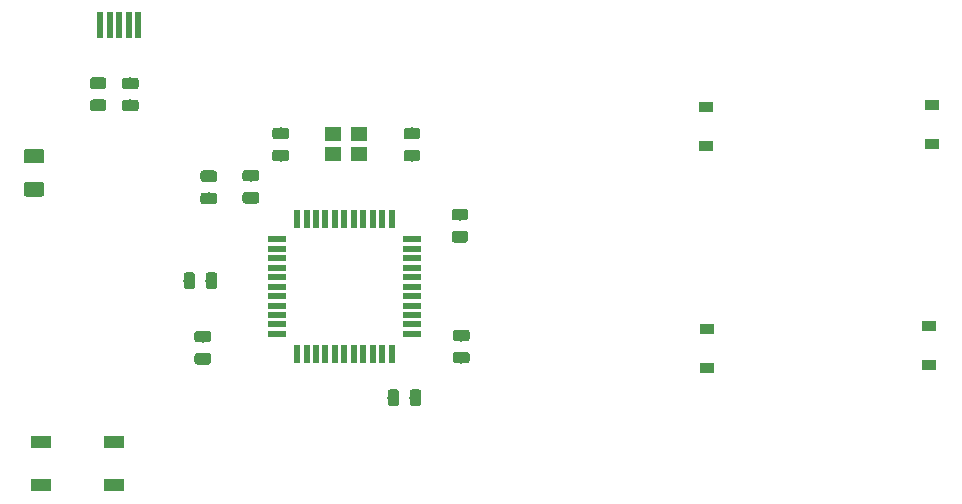
<source format=gbr>
G04 #@! TF.GenerationSoftware,KiCad,Pcbnew,(5.1.4)-1*
G04 #@! TF.CreationDate,2022-10-29T17:17:54+02:00*
G04 #@! TF.ProjectId,quaver-keypad,71756176-6572-42d6-9b65-797061642e6b,rev?*
G04 #@! TF.SameCoordinates,Original*
G04 #@! TF.FileFunction,Paste,Bot*
G04 #@! TF.FilePolarity,Positive*
%FSLAX46Y46*%
G04 Gerber Fmt 4.6, Leading zero omitted, Abs format (unit mm)*
G04 Created by KiCad (PCBNEW (5.1.4)-1) date 2022-10-29 17:17:54*
%MOMM*%
%LPD*%
G04 APERTURE LIST*
%ADD10R,1.200000X0.900000*%
%ADD11R,1.400000X1.200000*%
%ADD12R,0.500000X2.250000*%
%ADD13R,0.550000X1.500000*%
%ADD14R,1.500000X0.550000*%
%ADD15R,1.800000X1.100000*%
%ADD16C,0.100000*%
%ADD17C,0.975000*%
%ADD18C,1.250000*%
G04 APERTURE END LIST*
D10*
X120269000Y-91314000D03*
X120269000Y-94614000D03*
X101473000Y-91568000D03*
X101473000Y-94868000D03*
X120523000Y-72645000D03*
X120523000Y-75945000D03*
X101346000Y-72772000D03*
X101346000Y-76072000D03*
D11*
X71970000Y-75120000D03*
X69770000Y-75120000D03*
X69770000Y-76820000D03*
X71970000Y-76820000D03*
D12*
X50089000Y-65841000D03*
X50889000Y-65841000D03*
X51689000Y-65841000D03*
X52489000Y-65841000D03*
X53289000Y-65841000D03*
D13*
X66739000Y-93711000D03*
X67539000Y-93711000D03*
X68339000Y-93711000D03*
X69139000Y-93711000D03*
X69939000Y-93711000D03*
X70739000Y-93711000D03*
X71539000Y-93711000D03*
X72339000Y-93711000D03*
X73139000Y-93711000D03*
X73939000Y-93711000D03*
X74739000Y-93711000D03*
D14*
X76439000Y-92011000D03*
X76439000Y-91211000D03*
X76439000Y-90411000D03*
X76439000Y-89611000D03*
X76439000Y-88811000D03*
X76439000Y-88011000D03*
X76439000Y-87211000D03*
X76439000Y-86411000D03*
X76439000Y-85611000D03*
X76439000Y-84811000D03*
X76439000Y-84011000D03*
D13*
X74739000Y-82311000D03*
X73939000Y-82311000D03*
X73139000Y-82311000D03*
X72339000Y-82311000D03*
X71539000Y-82311000D03*
X70739000Y-82311000D03*
X69939000Y-82311000D03*
X69139000Y-82311000D03*
X68339000Y-82311000D03*
X67539000Y-82311000D03*
X66739000Y-82311000D03*
D14*
X65039000Y-84011000D03*
X65039000Y-84811000D03*
X65039000Y-85611000D03*
X65039000Y-86411000D03*
X65039000Y-87211000D03*
X65039000Y-88011000D03*
X65039000Y-88811000D03*
X65039000Y-89611000D03*
X65039000Y-90411000D03*
X65039000Y-91211000D03*
X65039000Y-92011000D03*
D15*
X51233000Y-104847000D03*
X45033000Y-101147000D03*
X51233000Y-101147000D03*
X45033000Y-104847000D03*
D16*
G36*
X81125142Y-93542174D02*
G01*
X81148803Y-93545684D01*
X81172007Y-93551496D01*
X81194529Y-93559554D01*
X81216153Y-93569782D01*
X81236670Y-93582079D01*
X81255883Y-93596329D01*
X81273607Y-93612393D01*
X81289671Y-93630117D01*
X81303921Y-93649330D01*
X81316218Y-93669847D01*
X81326446Y-93691471D01*
X81334504Y-93713993D01*
X81340316Y-93737197D01*
X81343826Y-93760858D01*
X81345000Y-93784750D01*
X81345000Y-94272250D01*
X81343826Y-94296142D01*
X81340316Y-94319803D01*
X81334504Y-94343007D01*
X81326446Y-94365529D01*
X81316218Y-94387153D01*
X81303921Y-94407670D01*
X81289671Y-94426883D01*
X81273607Y-94444607D01*
X81255883Y-94460671D01*
X81236670Y-94474921D01*
X81216153Y-94487218D01*
X81194529Y-94497446D01*
X81172007Y-94505504D01*
X81148803Y-94511316D01*
X81125142Y-94514826D01*
X81101250Y-94516000D01*
X80188750Y-94516000D01*
X80164858Y-94514826D01*
X80141197Y-94511316D01*
X80117993Y-94505504D01*
X80095471Y-94497446D01*
X80073847Y-94487218D01*
X80053330Y-94474921D01*
X80034117Y-94460671D01*
X80016393Y-94444607D01*
X80000329Y-94426883D01*
X79986079Y-94407670D01*
X79973782Y-94387153D01*
X79963554Y-94365529D01*
X79955496Y-94343007D01*
X79949684Y-94319803D01*
X79946174Y-94296142D01*
X79945000Y-94272250D01*
X79945000Y-93784750D01*
X79946174Y-93760858D01*
X79949684Y-93737197D01*
X79955496Y-93713993D01*
X79963554Y-93691471D01*
X79973782Y-93669847D01*
X79986079Y-93649330D01*
X80000329Y-93630117D01*
X80016393Y-93612393D01*
X80034117Y-93596329D01*
X80053330Y-93582079D01*
X80073847Y-93569782D01*
X80095471Y-93559554D01*
X80117993Y-93551496D01*
X80141197Y-93545684D01*
X80164858Y-93542174D01*
X80188750Y-93541000D01*
X81101250Y-93541000D01*
X81125142Y-93542174D01*
X81125142Y-93542174D01*
G37*
D17*
X80645000Y-94028500D03*
D16*
G36*
X81125142Y-91667174D02*
G01*
X81148803Y-91670684D01*
X81172007Y-91676496D01*
X81194529Y-91684554D01*
X81216153Y-91694782D01*
X81236670Y-91707079D01*
X81255883Y-91721329D01*
X81273607Y-91737393D01*
X81289671Y-91755117D01*
X81303921Y-91774330D01*
X81316218Y-91794847D01*
X81326446Y-91816471D01*
X81334504Y-91838993D01*
X81340316Y-91862197D01*
X81343826Y-91885858D01*
X81345000Y-91909750D01*
X81345000Y-92397250D01*
X81343826Y-92421142D01*
X81340316Y-92444803D01*
X81334504Y-92468007D01*
X81326446Y-92490529D01*
X81316218Y-92512153D01*
X81303921Y-92532670D01*
X81289671Y-92551883D01*
X81273607Y-92569607D01*
X81255883Y-92585671D01*
X81236670Y-92599921D01*
X81216153Y-92612218D01*
X81194529Y-92622446D01*
X81172007Y-92630504D01*
X81148803Y-92636316D01*
X81125142Y-92639826D01*
X81101250Y-92641000D01*
X80188750Y-92641000D01*
X80164858Y-92639826D01*
X80141197Y-92636316D01*
X80117993Y-92630504D01*
X80095471Y-92622446D01*
X80073847Y-92612218D01*
X80053330Y-92599921D01*
X80034117Y-92585671D01*
X80016393Y-92569607D01*
X80000329Y-92551883D01*
X79986079Y-92532670D01*
X79973782Y-92512153D01*
X79963554Y-92490529D01*
X79955496Y-92468007D01*
X79949684Y-92444803D01*
X79946174Y-92421142D01*
X79945000Y-92397250D01*
X79945000Y-91909750D01*
X79946174Y-91885858D01*
X79949684Y-91862197D01*
X79955496Y-91838993D01*
X79963554Y-91816471D01*
X79973782Y-91794847D01*
X79986079Y-91774330D01*
X80000329Y-91755117D01*
X80016393Y-91737393D01*
X80034117Y-91721329D01*
X80053330Y-91707079D01*
X80073847Y-91694782D01*
X80095471Y-91684554D01*
X80117993Y-91676496D01*
X80141197Y-91670684D01*
X80164858Y-91667174D01*
X80188750Y-91666000D01*
X81101250Y-91666000D01*
X81125142Y-91667174D01*
X81125142Y-91667174D01*
G37*
D17*
X80645000Y-92153500D03*
D16*
G36*
X59739142Y-80054174D02*
G01*
X59762803Y-80057684D01*
X59786007Y-80063496D01*
X59808529Y-80071554D01*
X59830153Y-80081782D01*
X59850670Y-80094079D01*
X59869883Y-80108329D01*
X59887607Y-80124393D01*
X59903671Y-80142117D01*
X59917921Y-80161330D01*
X59930218Y-80181847D01*
X59940446Y-80203471D01*
X59948504Y-80225993D01*
X59954316Y-80249197D01*
X59957826Y-80272858D01*
X59959000Y-80296750D01*
X59959000Y-80784250D01*
X59957826Y-80808142D01*
X59954316Y-80831803D01*
X59948504Y-80855007D01*
X59940446Y-80877529D01*
X59930218Y-80899153D01*
X59917921Y-80919670D01*
X59903671Y-80938883D01*
X59887607Y-80956607D01*
X59869883Y-80972671D01*
X59850670Y-80986921D01*
X59830153Y-80999218D01*
X59808529Y-81009446D01*
X59786007Y-81017504D01*
X59762803Y-81023316D01*
X59739142Y-81026826D01*
X59715250Y-81028000D01*
X58802750Y-81028000D01*
X58778858Y-81026826D01*
X58755197Y-81023316D01*
X58731993Y-81017504D01*
X58709471Y-81009446D01*
X58687847Y-80999218D01*
X58667330Y-80986921D01*
X58648117Y-80972671D01*
X58630393Y-80956607D01*
X58614329Y-80938883D01*
X58600079Y-80919670D01*
X58587782Y-80899153D01*
X58577554Y-80877529D01*
X58569496Y-80855007D01*
X58563684Y-80831803D01*
X58560174Y-80808142D01*
X58559000Y-80784250D01*
X58559000Y-80296750D01*
X58560174Y-80272858D01*
X58563684Y-80249197D01*
X58569496Y-80225993D01*
X58577554Y-80203471D01*
X58587782Y-80181847D01*
X58600079Y-80161330D01*
X58614329Y-80142117D01*
X58630393Y-80124393D01*
X58648117Y-80108329D01*
X58667330Y-80094079D01*
X58687847Y-80081782D01*
X58709471Y-80071554D01*
X58731993Y-80063496D01*
X58755197Y-80057684D01*
X58778858Y-80054174D01*
X58802750Y-80053000D01*
X59715250Y-80053000D01*
X59739142Y-80054174D01*
X59739142Y-80054174D01*
G37*
D17*
X59259000Y-80540500D03*
D16*
G36*
X59739142Y-78179174D02*
G01*
X59762803Y-78182684D01*
X59786007Y-78188496D01*
X59808529Y-78196554D01*
X59830153Y-78206782D01*
X59850670Y-78219079D01*
X59869883Y-78233329D01*
X59887607Y-78249393D01*
X59903671Y-78267117D01*
X59917921Y-78286330D01*
X59930218Y-78306847D01*
X59940446Y-78328471D01*
X59948504Y-78350993D01*
X59954316Y-78374197D01*
X59957826Y-78397858D01*
X59959000Y-78421750D01*
X59959000Y-78909250D01*
X59957826Y-78933142D01*
X59954316Y-78956803D01*
X59948504Y-78980007D01*
X59940446Y-79002529D01*
X59930218Y-79024153D01*
X59917921Y-79044670D01*
X59903671Y-79063883D01*
X59887607Y-79081607D01*
X59869883Y-79097671D01*
X59850670Y-79111921D01*
X59830153Y-79124218D01*
X59808529Y-79134446D01*
X59786007Y-79142504D01*
X59762803Y-79148316D01*
X59739142Y-79151826D01*
X59715250Y-79153000D01*
X58802750Y-79153000D01*
X58778858Y-79151826D01*
X58755197Y-79148316D01*
X58731993Y-79142504D01*
X58709471Y-79134446D01*
X58687847Y-79124218D01*
X58667330Y-79111921D01*
X58648117Y-79097671D01*
X58630393Y-79081607D01*
X58614329Y-79063883D01*
X58600079Y-79044670D01*
X58587782Y-79024153D01*
X58577554Y-79002529D01*
X58569496Y-78980007D01*
X58563684Y-78956803D01*
X58560174Y-78933142D01*
X58559000Y-78909250D01*
X58559000Y-78421750D01*
X58560174Y-78397858D01*
X58563684Y-78374197D01*
X58569496Y-78350993D01*
X58577554Y-78328471D01*
X58587782Y-78306847D01*
X58600079Y-78286330D01*
X58614329Y-78267117D01*
X58630393Y-78249393D01*
X58648117Y-78233329D01*
X58667330Y-78219079D01*
X58687847Y-78206782D01*
X58709471Y-78196554D01*
X58731993Y-78188496D01*
X58755197Y-78182684D01*
X58778858Y-78179174D01*
X58802750Y-78178000D01*
X59715250Y-78178000D01*
X59739142Y-78179174D01*
X59739142Y-78179174D01*
G37*
D17*
X59259000Y-78665500D03*
D16*
G36*
X53100142Y-70308674D02*
G01*
X53123803Y-70312184D01*
X53147007Y-70317996D01*
X53169529Y-70326054D01*
X53191153Y-70336282D01*
X53211670Y-70348579D01*
X53230883Y-70362829D01*
X53248607Y-70378893D01*
X53264671Y-70396617D01*
X53278921Y-70415830D01*
X53291218Y-70436347D01*
X53301446Y-70457971D01*
X53309504Y-70480493D01*
X53315316Y-70503697D01*
X53318826Y-70527358D01*
X53320000Y-70551250D01*
X53320000Y-71038750D01*
X53318826Y-71062642D01*
X53315316Y-71086303D01*
X53309504Y-71109507D01*
X53301446Y-71132029D01*
X53291218Y-71153653D01*
X53278921Y-71174170D01*
X53264671Y-71193383D01*
X53248607Y-71211107D01*
X53230883Y-71227171D01*
X53211670Y-71241421D01*
X53191153Y-71253718D01*
X53169529Y-71263946D01*
X53147007Y-71272004D01*
X53123803Y-71277816D01*
X53100142Y-71281326D01*
X53076250Y-71282500D01*
X52163750Y-71282500D01*
X52139858Y-71281326D01*
X52116197Y-71277816D01*
X52092993Y-71272004D01*
X52070471Y-71263946D01*
X52048847Y-71253718D01*
X52028330Y-71241421D01*
X52009117Y-71227171D01*
X51991393Y-71211107D01*
X51975329Y-71193383D01*
X51961079Y-71174170D01*
X51948782Y-71153653D01*
X51938554Y-71132029D01*
X51930496Y-71109507D01*
X51924684Y-71086303D01*
X51921174Y-71062642D01*
X51920000Y-71038750D01*
X51920000Y-70551250D01*
X51921174Y-70527358D01*
X51924684Y-70503697D01*
X51930496Y-70480493D01*
X51938554Y-70457971D01*
X51948782Y-70436347D01*
X51961079Y-70415830D01*
X51975329Y-70396617D01*
X51991393Y-70378893D01*
X52009117Y-70362829D01*
X52028330Y-70348579D01*
X52048847Y-70336282D01*
X52070471Y-70326054D01*
X52092993Y-70317996D01*
X52116197Y-70312184D01*
X52139858Y-70308674D01*
X52163750Y-70307500D01*
X53076250Y-70307500D01*
X53100142Y-70308674D01*
X53100142Y-70308674D01*
G37*
D17*
X52620000Y-70795000D03*
D16*
G36*
X53100142Y-72183674D02*
G01*
X53123803Y-72187184D01*
X53147007Y-72192996D01*
X53169529Y-72201054D01*
X53191153Y-72211282D01*
X53211670Y-72223579D01*
X53230883Y-72237829D01*
X53248607Y-72253893D01*
X53264671Y-72271617D01*
X53278921Y-72290830D01*
X53291218Y-72311347D01*
X53301446Y-72332971D01*
X53309504Y-72355493D01*
X53315316Y-72378697D01*
X53318826Y-72402358D01*
X53320000Y-72426250D01*
X53320000Y-72913750D01*
X53318826Y-72937642D01*
X53315316Y-72961303D01*
X53309504Y-72984507D01*
X53301446Y-73007029D01*
X53291218Y-73028653D01*
X53278921Y-73049170D01*
X53264671Y-73068383D01*
X53248607Y-73086107D01*
X53230883Y-73102171D01*
X53211670Y-73116421D01*
X53191153Y-73128718D01*
X53169529Y-73138946D01*
X53147007Y-73147004D01*
X53123803Y-73152816D01*
X53100142Y-73156326D01*
X53076250Y-73157500D01*
X52163750Y-73157500D01*
X52139858Y-73156326D01*
X52116197Y-73152816D01*
X52092993Y-73147004D01*
X52070471Y-73138946D01*
X52048847Y-73128718D01*
X52028330Y-73116421D01*
X52009117Y-73102171D01*
X51991393Y-73086107D01*
X51975329Y-73068383D01*
X51961079Y-73049170D01*
X51948782Y-73028653D01*
X51938554Y-73007029D01*
X51930496Y-72984507D01*
X51924684Y-72961303D01*
X51921174Y-72937642D01*
X51920000Y-72913750D01*
X51920000Y-72426250D01*
X51921174Y-72402358D01*
X51924684Y-72378697D01*
X51930496Y-72355493D01*
X51938554Y-72332971D01*
X51948782Y-72311347D01*
X51961079Y-72290830D01*
X51975329Y-72271617D01*
X51991393Y-72253893D01*
X52009117Y-72237829D01*
X52028330Y-72223579D01*
X52048847Y-72211282D01*
X52070471Y-72201054D01*
X52092993Y-72192996D01*
X52116197Y-72187184D01*
X52139858Y-72183674D01*
X52163750Y-72182500D01*
X53076250Y-72182500D01*
X53100142Y-72183674D01*
X53100142Y-72183674D01*
G37*
D17*
X52620000Y-72670000D03*
D16*
G36*
X50380142Y-70288674D02*
G01*
X50403803Y-70292184D01*
X50427007Y-70297996D01*
X50449529Y-70306054D01*
X50471153Y-70316282D01*
X50491670Y-70328579D01*
X50510883Y-70342829D01*
X50528607Y-70358893D01*
X50544671Y-70376617D01*
X50558921Y-70395830D01*
X50571218Y-70416347D01*
X50581446Y-70437971D01*
X50589504Y-70460493D01*
X50595316Y-70483697D01*
X50598826Y-70507358D01*
X50600000Y-70531250D01*
X50600000Y-71018750D01*
X50598826Y-71042642D01*
X50595316Y-71066303D01*
X50589504Y-71089507D01*
X50581446Y-71112029D01*
X50571218Y-71133653D01*
X50558921Y-71154170D01*
X50544671Y-71173383D01*
X50528607Y-71191107D01*
X50510883Y-71207171D01*
X50491670Y-71221421D01*
X50471153Y-71233718D01*
X50449529Y-71243946D01*
X50427007Y-71252004D01*
X50403803Y-71257816D01*
X50380142Y-71261326D01*
X50356250Y-71262500D01*
X49443750Y-71262500D01*
X49419858Y-71261326D01*
X49396197Y-71257816D01*
X49372993Y-71252004D01*
X49350471Y-71243946D01*
X49328847Y-71233718D01*
X49308330Y-71221421D01*
X49289117Y-71207171D01*
X49271393Y-71191107D01*
X49255329Y-71173383D01*
X49241079Y-71154170D01*
X49228782Y-71133653D01*
X49218554Y-71112029D01*
X49210496Y-71089507D01*
X49204684Y-71066303D01*
X49201174Y-71042642D01*
X49200000Y-71018750D01*
X49200000Y-70531250D01*
X49201174Y-70507358D01*
X49204684Y-70483697D01*
X49210496Y-70460493D01*
X49218554Y-70437971D01*
X49228782Y-70416347D01*
X49241079Y-70395830D01*
X49255329Y-70376617D01*
X49271393Y-70358893D01*
X49289117Y-70342829D01*
X49308330Y-70328579D01*
X49328847Y-70316282D01*
X49350471Y-70306054D01*
X49372993Y-70297996D01*
X49396197Y-70292184D01*
X49419858Y-70288674D01*
X49443750Y-70287500D01*
X50356250Y-70287500D01*
X50380142Y-70288674D01*
X50380142Y-70288674D01*
G37*
D17*
X49900000Y-70775000D03*
D16*
G36*
X50380142Y-72163674D02*
G01*
X50403803Y-72167184D01*
X50427007Y-72172996D01*
X50449529Y-72181054D01*
X50471153Y-72191282D01*
X50491670Y-72203579D01*
X50510883Y-72217829D01*
X50528607Y-72233893D01*
X50544671Y-72251617D01*
X50558921Y-72270830D01*
X50571218Y-72291347D01*
X50581446Y-72312971D01*
X50589504Y-72335493D01*
X50595316Y-72358697D01*
X50598826Y-72382358D01*
X50600000Y-72406250D01*
X50600000Y-72893750D01*
X50598826Y-72917642D01*
X50595316Y-72941303D01*
X50589504Y-72964507D01*
X50581446Y-72987029D01*
X50571218Y-73008653D01*
X50558921Y-73029170D01*
X50544671Y-73048383D01*
X50528607Y-73066107D01*
X50510883Y-73082171D01*
X50491670Y-73096421D01*
X50471153Y-73108718D01*
X50449529Y-73118946D01*
X50427007Y-73127004D01*
X50403803Y-73132816D01*
X50380142Y-73136326D01*
X50356250Y-73137500D01*
X49443750Y-73137500D01*
X49419858Y-73136326D01*
X49396197Y-73132816D01*
X49372993Y-73127004D01*
X49350471Y-73118946D01*
X49328847Y-73108718D01*
X49308330Y-73096421D01*
X49289117Y-73082171D01*
X49271393Y-73066107D01*
X49255329Y-73048383D01*
X49241079Y-73029170D01*
X49228782Y-73008653D01*
X49218554Y-72987029D01*
X49210496Y-72964507D01*
X49204684Y-72941303D01*
X49201174Y-72917642D01*
X49200000Y-72893750D01*
X49200000Y-72406250D01*
X49201174Y-72382358D01*
X49204684Y-72358697D01*
X49210496Y-72335493D01*
X49218554Y-72312971D01*
X49228782Y-72291347D01*
X49241079Y-72270830D01*
X49255329Y-72251617D01*
X49271393Y-72233893D01*
X49289117Y-72217829D01*
X49308330Y-72203579D01*
X49328847Y-72191282D01*
X49350471Y-72181054D01*
X49372993Y-72172996D01*
X49396197Y-72167184D01*
X49419858Y-72163674D01*
X49443750Y-72162500D01*
X50356250Y-72162500D01*
X50380142Y-72163674D01*
X50380142Y-72163674D01*
G37*
D17*
X49900000Y-72650000D03*
D16*
G36*
X45099504Y-76335204D02*
G01*
X45123773Y-76338804D01*
X45147571Y-76344765D01*
X45170671Y-76353030D01*
X45192849Y-76363520D01*
X45213893Y-76376133D01*
X45233598Y-76390747D01*
X45251777Y-76407223D01*
X45268253Y-76425402D01*
X45282867Y-76445107D01*
X45295480Y-76466151D01*
X45305970Y-76488329D01*
X45314235Y-76511429D01*
X45320196Y-76535227D01*
X45323796Y-76559496D01*
X45325000Y-76584000D01*
X45325000Y-77334000D01*
X45323796Y-77358504D01*
X45320196Y-77382773D01*
X45314235Y-77406571D01*
X45305970Y-77429671D01*
X45295480Y-77451849D01*
X45282867Y-77472893D01*
X45268253Y-77492598D01*
X45251777Y-77510777D01*
X45233598Y-77527253D01*
X45213893Y-77541867D01*
X45192849Y-77554480D01*
X45170671Y-77564970D01*
X45147571Y-77573235D01*
X45123773Y-77579196D01*
X45099504Y-77582796D01*
X45075000Y-77584000D01*
X43825000Y-77584000D01*
X43800496Y-77582796D01*
X43776227Y-77579196D01*
X43752429Y-77573235D01*
X43729329Y-77564970D01*
X43707151Y-77554480D01*
X43686107Y-77541867D01*
X43666402Y-77527253D01*
X43648223Y-77510777D01*
X43631747Y-77492598D01*
X43617133Y-77472893D01*
X43604520Y-77451849D01*
X43594030Y-77429671D01*
X43585765Y-77406571D01*
X43579804Y-77382773D01*
X43576204Y-77358504D01*
X43575000Y-77334000D01*
X43575000Y-76584000D01*
X43576204Y-76559496D01*
X43579804Y-76535227D01*
X43585765Y-76511429D01*
X43594030Y-76488329D01*
X43604520Y-76466151D01*
X43617133Y-76445107D01*
X43631747Y-76425402D01*
X43648223Y-76407223D01*
X43666402Y-76390747D01*
X43686107Y-76376133D01*
X43707151Y-76363520D01*
X43729329Y-76353030D01*
X43752429Y-76344765D01*
X43776227Y-76338804D01*
X43800496Y-76335204D01*
X43825000Y-76334000D01*
X45075000Y-76334000D01*
X45099504Y-76335204D01*
X45099504Y-76335204D01*
G37*
D18*
X44450000Y-76959000D03*
D16*
G36*
X45099504Y-79135204D02*
G01*
X45123773Y-79138804D01*
X45147571Y-79144765D01*
X45170671Y-79153030D01*
X45192849Y-79163520D01*
X45213893Y-79176133D01*
X45233598Y-79190747D01*
X45251777Y-79207223D01*
X45268253Y-79225402D01*
X45282867Y-79245107D01*
X45295480Y-79266151D01*
X45305970Y-79288329D01*
X45314235Y-79311429D01*
X45320196Y-79335227D01*
X45323796Y-79359496D01*
X45325000Y-79384000D01*
X45325000Y-80134000D01*
X45323796Y-80158504D01*
X45320196Y-80182773D01*
X45314235Y-80206571D01*
X45305970Y-80229671D01*
X45295480Y-80251849D01*
X45282867Y-80272893D01*
X45268253Y-80292598D01*
X45251777Y-80310777D01*
X45233598Y-80327253D01*
X45213893Y-80341867D01*
X45192849Y-80354480D01*
X45170671Y-80364970D01*
X45147571Y-80373235D01*
X45123773Y-80379196D01*
X45099504Y-80382796D01*
X45075000Y-80384000D01*
X43825000Y-80384000D01*
X43800496Y-80382796D01*
X43776227Y-80379196D01*
X43752429Y-80373235D01*
X43729329Y-80364970D01*
X43707151Y-80354480D01*
X43686107Y-80341867D01*
X43666402Y-80327253D01*
X43648223Y-80310777D01*
X43631747Y-80292598D01*
X43617133Y-80272893D01*
X43604520Y-80251849D01*
X43594030Y-80229671D01*
X43585765Y-80206571D01*
X43579804Y-80182773D01*
X43576204Y-80158504D01*
X43575000Y-80134000D01*
X43575000Y-79384000D01*
X43576204Y-79359496D01*
X43579804Y-79335227D01*
X43585765Y-79311429D01*
X43594030Y-79288329D01*
X43604520Y-79266151D01*
X43617133Y-79245107D01*
X43631747Y-79225402D01*
X43648223Y-79207223D01*
X43666402Y-79190747D01*
X43686107Y-79176133D01*
X43707151Y-79163520D01*
X43729329Y-79153030D01*
X43752429Y-79144765D01*
X43776227Y-79138804D01*
X43800496Y-79135204D01*
X43825000Y-79134000D01*
X45075000Y-79134000D01*
X45099504Y-79135204D01*
X45099504Y-79135204D01*
G37*
D18*
X44450000Y-79759000D03*
D16*
G36*
X59230142Y-93631174D02*
G01*
X59253803Y-93634684D01*
X59277007Y-93640496D01*
X59299529Y-93648554D01*
X59321153Y-93658782D01*
X59341670Y-93671079D01*
X59360883Y-93685329D01*
X59378607Y-93701393D01*
X59394671Y-93719117D01*
X59408921Y-93738330D01*
X59421218Y-93758847D01*
X59431446Y-93780471D01*
X59439504Y-93802993D01*
X59445316Y-93826197D01*
X59448826Y-93849858D01*
X59450000Y-93873750D01*
X59450000Y-94361250D01*
X59448826Y-94385142D01*
X59445316Y-94408803D01*
X59439504Y-94432007D01*
X59431446Y-94454529D01*
X59421218Y-94476153D01*
X59408921Y-94496670D01*
X59394671Y-94515883D01*
X59378607Y-94533607D01*
X59360883Y-94549671D01*
X59341670Y-94563921D01*
X59321153Y-94576218D01*
X59299529Y-94586446D01*
X59277007Y-94594504D01*
X59253803Y-94600316D01*
X59230142Y-94603826D01*
X59206250Y-94605000D01*
X58293750Y-94605000D01*
X58269858Y-94603826D01*
X58246197Y-94600316D01*
X58222993Y-94594504D01*
X58200471Y-94586446D01*
X58178847Y-94576218D01*
X58158330Y-94563921D01*
X58139117Y-94549671D01*
X58121393Y-94533607D01*
X58105329Y-94515883D01*
X58091079Y-94496670D01*
X58078782Y-94476153D01*
X58068554Y-94454529D01*
X58060496Y-94432007D01*
X58054684Y-94408803D01*
X58051174Y-94385142D01*
X58050000Y-94361250D01*
X58050000Y-93873750D01*
X58051174Y-93849858D01*
X58054684Y-93826197D01*
X58060496Y-93802993D01*
X58068554Y-93780471D01*
X58078782Y-93758847D01*
X58091079Y-93738330D01*
X58105329Y-93719117D01*
X58121393Y-93701393D01*
X58139117Y-93685329D01*
X58158330Y-93671079D01*
X58178847Y-93658782D01*
X58200471Y-93648554D01*
X58222993Y-93640496D01*
X58246197Y-93634684D01*
X58269858Y-93631174D01*
X58293750Y-93630000D01*
X59206250Y-93630000D01*
X59230142Y-93631174D01*
X59230142Y-93631174D01*
G37*
D17*
X58750000Y-94117500D03*
D16*
G36*
X59230142Y-91756174D02*
G01*
X59253803Y-91759684D01*
X59277007Y-91765496D01*
X59299529Y-91773554D01*
X59321153Y-91783782D01*
X59341670Y-91796079D01*
X59360883Y-91810329D01*
X59378607Y-91826393D01*
X59394671Y-91844117D01*
X59408921Y-91863330D01*
X59421218Y-91883847D01*
X59431446Y-91905471D01*
X59439504Y-91927993D01*
X59445316Y-91951197D01*
X59448826Y-91974858D01*
X59450000Y-91998750D01*
X59450000Y-92486250D01*
X59448826Y-92510142D01*
X59445316Y-92533803D01*
X59439504Y-92557007D01*
X59431446Y-92579529D01*
X59421218Y-92601153D01*
X59408921Y-92621670D01*
X59394671Y-92640883D01*
X59378607Y-92658607D01*
X59360883Y-92674671D01*
X59341670Y-92688921D01*
X59321153Y-92701218D01*
X59299529Y-92711446D01*
X59277007Y-92719504D01*
X59253803Y-92725316D01*
X59230142Y-92728826D01*
X59206250Y-92730000D01*
X58293750Y-92730000D01*
X58269858Y-92728826D01*
X58246197Y-92725316D01*
X58222993Y-92719504D01*
X58200471Y-92711446D01*
X58178847Y-92701218D01*
X58158330Y-92688921D01*
X58139117Y-92674671D01*
X58121393Y-92658607D01*
X58105329Y-92640883D01*
X58091079Y-92621670D01*
X58078782Y-92601153D01*
X58068554Y-92579529D01*
X58060496Y-92557007D01*
X58054684Y-92533803D01*
X58051174Y-92510142D01*
X58050000Y-92486250D01*
X58050000Y-91998750D01*
X58051174Y-91974858D01*
X58054684Y-91951197D01*
X58060496Y-91927993D01*
X58068554Y-91905471D01*
X58078782Y-91883847D01*
X58091079Y-91863330D01*
X58105329Y-91844117D01*
X58121393Y-91826393D01*
X58139117Y-91810329D01*
X58158330Y-91796079D01*
X58178847Y-91783782D01*
X58200471Y-91773554D01*
X58222993Y-91765496D01*
X58246197Y-91759684D01*
X58269858Y-91756174D01*
X58293750Y-91755000D01*
X59206250Y-91755000D01*
X59230142Y-91756174D01*
X59230142Y-91756174D01*
G37*
D17*
X58750000Y-92242500D03*
D16*
G36*
X57877142Y-86804174D02*
G01*
X57900803Y-86807684D01*
X57924007Y-86813496D01*
X57946529Y-86821554D01*
X57968153Y-86831782D01*
X57988670Y-86844079D01*
X58007883Y-86858329D01*
X58025607Y-86874393D01*
X58041671Y-86892117D01*
X58055921Y-86911330D01*
X58068218Y-86931847D01*
X58078446Y-86953471D01*
X58086504Y-86975993D01*
X58092316Y-86999197D01*
X58095826Y-87022858D01*
X58097000Y-87046750D01*
X58097000Y-87959250D01*
X58095826Y-87983142D01*
X58092316Y-88006803D01*
X58086504Y-88030007D01*
X58078446Y-88052529D01*
X58068218Y-88074153D01*
X58055921Y-88094670D01*
X58041671Y-88113883D01*
X58025607Y-88131607D01*
X58007883Y-88147671D01*
X57988670Y-88161921D01*
X57968153Y-88174218D01*
X57946529Y-88184446D01*
X57924007Y-88192504D01*
X57900803Y-88198316D01*
X57877142Y-88201826D01*
X57853250Y-88203000D01*
X57365750Y-88203000D01*
X57341858Y-88201826D01*
X57318197Y-88198316D01*
X57294993Y-88192504D01*
X57272471Y-88184446D01*
X57250847Y-88174218D01*
X57230330Y-88161921D01*
X57211117Y-88147671D01*
X57193393Y-88131607D01*
X57177329Y-88113883D01*
X57163079Y-88094670D01*
X57150782Y-88074153D01*
X57140554Y-88052529D01*
X57132496Y-88030007D01*
X57126684Y-88006803D01*
X57123174Y-87983142D01*
X57122000Y-87959250D01*
X57122000Y-87046750D01*
X57123174Y-87022858D01*
X57126684Y-86999197D01*
X57132496Y-86975993D01*
X57140554Y-86953471D01*
X57150782Y-86931847D01*
X57163079Y-86911330D01*
X57177329Y-86892117D01*
X57193393Y-86874393D01*
X57211117Y-86858329D01*
X57230330Y-86844079D01*
X57250847Y-86831782D01*
X57272471Y-86821554D01*
X57294993Y-86813496D01*
X57318197Y-86807684D01*
X57341858Y-86804174D01*
X57365750Y-86803000D01*
X57853250Y-86803000D01*
X57877142Y-86804174D01*
X57877142Y-86804174D01*
G37*
D17*
X57609500Y-87503000D03*
D16*
G36*
X59752142Y-86804174D02*
G01*
X59775803Y-86807684D01*
X59799007Y-86813496D01*
X59821529Y-86821554D01*
X59843153Y-86831782D01*
X59863670Y-86844079D01*
X59882883Y-86858329D01*
X59900607Y-86874393D01*
X59916671Y-86892117D01*
X59930921Y-86911330D01*
X59943218Y-86931847D01*
X59953446Y-86953471D01*
X59961504Y-86975993D01*
X59967316Y-86999197D01*
X59970826Y-87022858D01*
X59972000Y-87046750D01*
X59972000Y-87959250D01*
X59970826Y-87983142D01*
X59967316Y-88006803D01*
X59961504Y-88030007D01*
X59953446Y-88052529D01*
X59943218Y-88074153D01*
X59930921Y-88094670D01*
X59916671Y-88113883D01*
X59900607Y-88131607D01*
X59882883Y-88147671D01*
X59863670Y-88161921D01*
X59843153Y-88174218D01*
X59821529Y-88184446D01*
X59799007Y-88192504D01*
X59775803Y-88198316D01*
X59752142Y-88201826D01*
X59728250Y-88203000D01*
X59240750Y-88203000D01*
X59216858Y-88201826D01*
X59193197Y-88198316D01*
X59169993Y-88192504D01*
X59147471Y-88184446D01*
X59125847Y-88174218D01*
X59105330Y-88161921D01*
X59086117Y-88147671D01*
X59068393Y-88131607D01*
X59052329Y-88113883D01*
X59038079Y-88094670D01*
X59025782Y-88074153D01*
X59015554Y-88052529D01*
X59007496Y-88030007D01*
X59001684Y-88006803D01*
X58998174Y-87983142D01*
X58997000Y-87959250D01*
X58997000Y-87046750D01*
X58998174Y-87022858D01*
X59001684Y-86999197D01*
X59007496Y-86975993D01*
X59015554Y-86953471D01*
X59025782Y-86931847D01*
X59038079Y-86911330D01*
X59052329Y-86892117D01*
X59068393Y-86874393D01*
X59086117Y-86858329D01*
X59105330Y-86844079D01*
X59125847Y-86831782D01*
X59147471Y-86821554D01*
X59169993Y-86813496D01*
X59193197Y-86807684D01*
X59216858Y-86804174D01*
X59240750Y-86803000D01*
X59728250Y-86803000D01*
X59752142Y-86804174D01*
X59752142Y-86804174D01*
G37*
D17*
X59484500Y-87503000D03*
D16*
G36*
X75149142Y-96710174D02*
G01*
X75172803Y-96713684D01*
X75196007Y-96719496D01*
X75218529Y-96727554D01*
X75240153Y-96737782D01*
X75260670Y-96750079D01*
X75279883Y-96764329D01*
X75297607Y-96780393D01*
X75313671Y-96798117D01*
X75327921Y-96817330D01*
X75340218Y-96837847D01*
X75350446Y-96859471D01*
X75358504Y-96881993D01*
X75364316Y-96905197D01*
X75367826Y-96928858D01*
X75369000Y-96952750D01*
X75369000Y-97865250D01*
X75367826Y-97889142D01*
X75364316Y-97912803D01*
X75358504Y-97936007D01*
X75350446Y-97958529D01*
X75340218Y-97980153D01*
X75327921Y-98000670D01*
X75313671Y-98019883D01*
X75297607Y-98037607D01*
X75279883Y-98053671D01*
X75260670Y-98067921D01*
X75240153Y-98080218D01*
X75218529Y-98090446D01*
X75196007Y-98098504D01*
X75172803Y-98104316D01*
X75149142Y-98107826D01*
X75125250Y-98109000D01*
X74637750Y-98109000D01*
X74613858Y-98107826D01*
X74590197Y-98104316D01*
X74566993Y-98098504D01*
X74544471Y-98090446D01*
X74522847Y-98080218D01*
X74502330Y-98067921D01*
X74483117Y-98053671D01*
X74465393Y-98037607D01*
X74449329Y-98019883D01*
X74435079Y-98000670D01*
X74422782Y-97980153D01*
X74412554Y-97958529D01*
X74404496Y-97936007D01*
X74398684Y-97912803D01*
X74395174Y-97889142D01*
X74394000Y-97865250D01*
X74394000Y-96952750D01*
X74395174Y-96928858D01*
X74398684Y-96905197D01*
X74404496Y-96881993D01*
X74412554Y-96859471D01*
X74422782Y-96837847D01*
X74435079Y-96817330D01*
X74449329Y-96798117D01*
X74465393Y-96780393D01*
X74483117Y-96764329D01*
X74502330Y-96750079D01*
X74522847Y-96737782D01*
X74544471Y-96727554D01*
X74566993Y-96719496D01*
X74590197Y-96713684D01*
X74613858Y-96710174D01*
X74637750Y-96709000D01*
X75125250Y-96709000D01*
X75149142Y-96710174D01*
X75149142Y-96710174D01*
G37*
D17*
X74881500Y-97409000D03*
D16*
G36*
X77024142Y-96710174D02*
G01*
X77047803Y-96713684D01*
X77071007Y-96719496D01*
X77093529Y-96727554D01*
X77115153Y-96737782D01*
X77135670Y-96750079D01*
X77154883Y-96764329D01*
X77172607Y-96780393D01*
X77188671Y-96798117D01*
X77202921Y-96817330D01*
X77215218Y-96837847D01*
X77225446Y-96859471D01*
X77233504Y-96881993D01*
X77239316Y-96905197D01*
X77242826Y-96928858D01*
X77244000Y-96952750D01*
X77244000Y-97865250D01*
X77242826Y-97889142D01*
X77239316Y-97912803D01*
X77233504Y-97936007D01*
X77225446Y-97958529D01*
X77215218Y-97980153D01*
X77202921Y-98000670D01*
X77188671Y-98019883D01*
X77172607Y-98037607D01*
X77154883Y-98053671D01*
X77135670Y-98067921D01*
X77115153Y-98080218D01*
X77093529Y-98090446D01*
X77071007Y-98098504D01*
X77047803Y-98104316D01*
X77024142Y-98107826D01*
X77000250Y-98109000D01*
X76512750Y-98109000D01*
X76488858Y-98107826D01*
X76465197Y-98104316D01*
X76441993Y-98098504D01*
X76419471Y-98090446D01*
X76397847Y-98080218D01*
X76377330Y-98067921D01*
X76358117Y-98053671D01*
X76340393Y-98037607D01*
X76324329Y-98019883D01*
X76310079Y-98000670D01*
X76297782Y-97980153D01*
X76287554Y-97958529D01*
X76279496Y-97936007D01*
X76273684Y-97912803D01*
X76270174Y-97889142D01*
X76269000Y-97865250D01*
X76269000Y-96952750D01*
X76270174Y-96928858D01*
X76273684Y-96905197D01*
X76279496Y-96881993D01*
X76287554Y-96859471D01*
X76297782Y-96837847D01*
X76310079Y-96817330D01*
X76324329Y-96798117D01*
X76340393Y-96780393D01*
X76358117Y-96764329D01*
X76377330Y-96750079D01*
X76397847Y-96737782D01*
X76419471Y-96727554D01*
X76441993Y-96719496D01*
X76465197Y-96713684D01*
X76488858Y-96710174D01*
X76512750Y-96709000D01*
X77000250Y-96709000D01*
X77024142Y-96710174D01*
X77024142Y-96710174D01*
G37*
D17*
X76756500Y-97409000D03*
D16*
G36*
X80998142Y-81428674D02*
G01*
X81021803Y-81432184D01*
X81045007Y-81437996D01*
X81067529Y-81446054D01*
X81089153Y-81456282D01*
X81109670Y-81468579D01*
X81128883Y-81482829D01*
X81146607Y-81498893D01*
X81162671Y-81516617D01*
X81176921Y-81535830D01*
X81189218Y-81556347D01*
X81199446Y-81577971D01*
X81207504Y-81600493D01*
X81213316Y-81623697D01*
X81216826Y-81647358D01*
X81218000Y-81671250D01*
X81218000Y-82158750D01*
X81216826Y-82182642D01*
X81213316Y-82206303D01*
X81207504Y-82229507D01*
X81199446Y-82252029D01*
X81189218Y-82273653D01*
X81176921Y-82294170D01*
X81162671Y-82313383D01*
X81146607Y-82331107D01*
X81128883Y-82347171D01*
X81109670Y-82361421D01*
X81089153Y-82373718D01*
X81067529Y-82383946D01*
X81045007Y-82392004D01*
X81021803Y-82397816D01*
X80998142Y-82401326D01*
X80974250Y-82402500D01*
X80061750Y-82402500D01*
X80037858Y-82401326D01*
X80014197Y-82397816D01*
X79990993Y-82392004D01*
X79968471Y-82383946D01*
X79946847Y-82373718D01*
X79926330Y-82361421D01*
X79907117Y-82347171D01*
X79889393Y-82331107D01*
X79873329Y-82313383D01*
X79859079Y-82294170D01*
X79846782Y-82273653D01*
X79836554Y-82252029D01*
X79828496Y-82229507D01*
X79822684Y-82206303D01*
X79819174Y-82182642D01*
X79818000Y-82158750D01*
X79818000Y-81671250D01*
X79819174Y-81647358D01*
X79822684Y-81623697D01*
X79828496Y-81600493D01*
X79836554Y-81577971D01*
X79846782Y-81556347D01*
X79859079Y-81535830D01*
X79873329Y-81516617D01*
X79889393Y-81498893D01*
X79907117Y-81482829D01*
X79926330Y-81468579D01*
X79946847Y-81456282D01*
X79968471Y-81446054D01*
X79990993Y-81437996D01*
X80014197Y-81432184D01*
X80037858Y-81428674D01*
X80061750Y-81427500D01*
X80974250Y-81427500D01*
X80998142Y-81428674D01*
X80998142Y-81428674D01*
G37*
D17*
X80518000Y-81915000D03*
D16*
G36*
X80998142Y-83303674D02*
G01*
X81021803Y-83307184D01*
X81045007Y-83312996D01*
X81067529Y-83321054D01*
X81089153Y-83331282D01*
X81109670Y-83343579D01*
X81128883Y-83357829D01*
X81146607Y-83373893D01*
X81162671Y-83391617D01*
X81176921Y-83410830D01*
X81189218Y-83431347D01*
X81199446Y-83452971D01*
X81207504Y-83475493D01*
X81213316Y-83498697D01*
X81216826Y-83522358D01*
X81218000Y-83546250D01*
X81218000Y-84033750D01*
X81216826Y-84057642D01*
X81213316Y-84081303D01*
X81207504Y-84104507D01*
X81199446Y-84127029D01*
X81189218Y-84148653D01*
X81176921Y-84169170D01*
X81162671Y-84188383D01*
X81146607Y-84206107D01*
X81128883Y-84222171D01*
X81109670Y-84236421D01*
X81089153Y-84248718D01*
X81067529Y-84258946D01*
X81045007Y-84267004D01*
X81021803Y-84272816D01*
X80998142Y-84276326D01*
X80974250Y-84277500D01*
X80061750Y-84277500D01*
X80037858Y-84276326D01*
X80014197Y-84272816D01*
X79990993Y-84267004D01*
X79968471Y-84258946D01*
X79946847Y-84248718D01*
X79926330Y-84236421D01*
X79907117Y-84222171D01*
X79889393Y-84206107D01*
X79873329Y-84188383D01*
X79859079Y-84169170D01*
X79846782Y-84148653D01*
X79836554Y-84127029D01*
X79828496Y-84104507D01*
X79822684Y-84081303D01*
X79819174Y-84057642D01*
X79818000Y-84033750D01*
X79818000Y-83546250D01*
X79819174Y-83522358D01*
X79822684Y-83498697D01*
X79828496Y-83475493D01*
X79836554Y-83452971D01*
X79846782Y-83431347D01*
X79859079Y-83410830D01*
X79873329Y-83391617D01*
X79889393Y-83373893D01*
X79907117Y-83357829D01*
X79926330Y-83343579D01*
X79946847Y-83331282D01*
X79968471Y-83321054D01*
X79990993Y-83312996D01*
X80014197Y-83307184D01*
X80037858Y-83303674D01*
X80061750Y-83302500D01*
X80974250Y-83302500D01*
X80998142Y-83303674D01*
X80998142Y-83303674D01*
G37*
D17*
X80518000Y-83790000D03*
D16*
G36*
X65821642Y-76428924D02*
G01*
X65845303Y-76432434D01*
X65868507Y-76438246D01*
X65891029Y-76446304D01*
X65912653Y-76456532D01*
X65933170Y-76468829D01*
X65952383Y-76483079D01*
X65970107Y-76499143D01*
X65986171Y-76516867D01*
X66000421Y-76536080D01*
X66012718Y-76556597D01*
X66022946Y-76578221D01*
X66031004Y-76600743D01*
X66036816Y-76623947D01*
X66040326Y-76647608D01*
X66041500Y-76671500D01*
X66041500Y-77159000D01*
X66040326Y-77182892D01*
X66036816Y-77206553D01*
X66031004Y-77229757D01*
X66022946Y-77252279D01*
X66012718Y-77273903D01*
X66000421Y-77294420D01*
X65986171Y-77313633D01*
X65970107Y-77331357D01*
X65952383Y-77347421D01*
X65933170Y-77361671D01*
X65912653Y-77373968D01*
X65891029Y-77384196D01*
X65868507Y-77392254D01*
X65845303Y-77398066D01*
X65821642Y-77401576D01*
X65797750Y-77402750D01*
X64885250Y-77402750D01*
X64861358Y-77401576D01*
X64837697Y-77398066D01*
X64814493Y-77392254D01*
X64791971Y-77384196D01*
X64770347Y-77373968D01*
X64749830Y-77361671D01*
X64730617Y-77347421D01*
X64712893Y-77331357D01*
X64696829Y-77313633D01*
X64682579Y-77294420D01*
X64670282Y-77273903D01*
X64660054Y-77252279D01*
X64651996Y-77229757D01*
X64646184Y-77206553D01*
X64642674Y-77182892D01*
X64641500Y-77159000D01*
X64641500Y-76671500D01*
X64642674Y-76647608D01*
X64646184Y-76623947D01*
X64651996Y-76600743D01*
X64660054Y-76578221D01*
X64670282Y-76556597D01*
X64682579Y-76536080D01*
X64696829Y-76516867D01*
X64712893Y-76499143D01*
X64730617Y-76483079D01*
X64749830Y-76468829D01*
X64770347Y-76456532D01*
X64791971Y-76446304D01*
X64814493Y-76438246D01*
X64837697Y-76432434D01*
X64861358Y-76428924D01*
X64885250Y-76427750D01*
X65797750Y-76427750D01*
X65821642Y-76428924D01*
X65821642Y-76428924D01*
G37*
D17*
X65341500Y-76915250D03*
D16*
G36*
X65821642Y-74553924D02*
G01*
X65845303Y-74557434D01*
X65868507Y-74563246D01*
X65891029Y-74571304D01*
X65912653Y-74581532D01*
X65933170Y-74593829D01*
X65952383Y-74608079D01*
X65970107Y-74624143D01*
X65986171Y-74641867D01*
X66000421Y-74661080D01*
X66012718Y-74681597D01*
X66022946Y-74703221D01*
X66031004Y-74725743D01*
X66036816Y-74748947D01*
X66040326Y-74772608D01*
X66041500Y-74796500D01*
X66041500Y-75284000D01*
X66040326Y-75307892D01*
X66036816Y-75331553D01*
X66031004Y-75354757D01*
X66022946Y-75377279D01*
X66012718Y-75398903D01*
X66000421Y-75419420D01*
X65986171Y-75438633D01*
X65970107Y-75456357D01*
X65952383Y-75472421D01*
X65933170Y-75486671D01*
X65912653Y-75498968D01*
X65891029Y-75509196D01*
X65868507Y-75517254D01*
X65845303Y-75523066D01*
X65821642Y-75526576D01*
X65797750Y-75527750D01*
X64885250Y-75527750D01*
X64861358Y-75526576D01*
X64837697Y-75523066D01*
X64814493Y-75517254D01*
X64791971Y-75509196D01*
X64770347Y-75498968D01*
X64749830Y-75486671D01*
X64730617Y-75472421D01*
X64712893Y-75456357D01*
X64696829Y-75438633D01*
X64682579Y-75419420D01*
X64670282Y-75398903D01*
X64660054Y-75377279D01*
X64651996Y-75354757D01*
X64646184Y-75331553D01*
X64642674Y-75307892D01*
X64641500Y-75284000D01*
X64641500Y-74796500D01*
X64642674Y-74772608D01*
X64646184Y-74748947D01*
X64651996Y-74725743D01*
X64660054Y-74703221D01*
X64670282Y-74681597D01*
X64682579Y-74661080D01*
X64696829Y-74641867D01*
X64712893Y-74624143D01*
X64730617Y-74608079D01*
X64749830Y-74593829D01*
X64770347Y-74581532D01*
X64791971Y-74571304D01*
X64814493Y-74563246D01*
X64837697Y-74557434D01*
X64861358Y-74553924D01*
X64885250Y-74552750D01*
X65797750Y-74552750D01*
X65821642Y-74553924D01*
X65821642Y-74553924D01*
G37*
D17*
X65341500Y-75040250D03*
D16*
G36*
X76934142Y-74553924D02*
G01*
X76957803Y-74557434D01*
X76981007Y-74563246D01*
X77003529Y-74571304D01*
X77025153Y-74581532D01*
X77045670Y-74593829D01*
X77064883Y-74608079D01*
X77082607Y-74624143D01*
X77098671Y-74641867D01*
X77112921Y-74661080D01*
X77125218Y-74681597D01*
X77135446Y-74703221D01*
X77143504Y-74725743D01*
X77149316Y-74748947D01*
X77152826Y-74772608D01*
X77154000Y-74796500D01*
X77154000Y-75284000D01*
X77152826Y-75307892D01*
X77149316Y-75331553D01*
X77143504Y-75354757D01*
X77135446Y-75377279D01*
X77125218Y-75398903D01*
X77112921Y-75419420D01*
X77098671Y-75438633D01*
X77082607Y-75456357D01*
X77064883Y-75472421D01*
X77045670Y-75486671D01*
X77025153Y-75498968D01*
X77003529Y-75509196D01*
X76981007Y-75517254D01*
X76957803Y-75523066D01*
X76934142Y-75526576D01*
X76910250Y-75527750D01*
X75997750Y-75527750D01*
X75973858Y-75526576D01*
X75950197Y-75523066D01*
X75926993Y-75517254D01*
X75904471Y-75509196D01*
X75882847Y-75498968D01*
X75862330Y-75486671D01*
X75843117Y-75472421D01*
X75825393Y-75456357D01*
X75809329Y-75438633D01*
X75795079Y-75419420D01*
X75782782Y-75398903D01*
X75772554Y-75377279D01*
X75764496Y-75354757D01*
X75758684Y-75331553D01*
X75755174Y-75307892D01*
X75754000Y-75284000D01*
X75754000Y-74796500D01*
X75755174Y-74772608D01*
X75758684Y-74748947D01*
X75764496Y-74725743D01*
X75772554Y-74703221D01*
X75782782Y-74681597D01*
X75795079Y-74661080D01*
X75809329Y-74641867D01*
X75825393Y-74624143D01*
X75843117Y-74608079D01*
X75862330Y-74593829D01*
X75882847Y-74581532D01*
X75904471Y-74571304D01*
X75926993Y-74563246D01*
X75950197Y-74557434D01*
X75973858Y-74553924D01*
X75997750Y-74552750D01*
X76910250Y-74552750D01*
X76934142Y-74553924D01*
X76934142Y-74553924D01*
G37*
D17*
X76454000Y-75040250D03*
D16*
G36*
X76934142Y-76428924D02*
G01*
X76957803Y-76432434D01*
X76981007Y-76438246D01*
X77003529Y-76446304D01*
X77025153Y-76456532D01*
X77045670Y-76468829D01*
X77064883Y-76483079D01*
X77082607Y-76499143D01*
X77098671Y-76516867D01*
X77112921Y-76536080D01*
X77125218Y-76556597D01*
X77135446Y-76578221D01*
X77143504Y-76600743D01*
X77149316Y-76623947D01*
X77152826Y-76647608D01*
X77154000Y-76671500D01*
X77154000Y-77159000D01*
X77152826Y-77182892D01*
X77149316Y-77206553D01*
X77143504Y-77229757D01*
X77135446Y-77252279D01*
X77125218Y-77273903D01*
X77112921Y-77294420D01*
X77098671Y-77313633D01*
X77082607Y-77331357D01*
X77064883Y-77347421D01*
X77045670Y-77361671D01*
X77025153Y-77373968D01*
X77003529Y-77384196D01*
X76981007Y-77392254D01*
X76957803Y-77398066D01*
X76934142Y-77401576D01*
X76910250Y-77402750D01*
X75997750Y-77402750D01*
X75973858Y-77401576D01*
X75950197Y-77398066D01*
X75926993Y-77392254D01*
X75904471Y-77384196D01*
X75882847Y-77373968D01*
X75862330Y-77361671D01*
X75843117Y-77347421D01*
X75825393Y-77331357D01*
X75809329Y-77313633D01*
X75795079Y-77294420D01*
X75782782Y-77273903D01*
X75772554Y-77252279D01*
X75764496Y-77229757D01*
X75758684Y-77206553D01*
X75755174Y-77182892D01*
X75754000Y-77159000D01*
X75754000Y-76671500D01*
X75755174Y-76647608D01*
X75758684Y-76623947D01*
X75764496Y-76600743D01*
X75772554Y-76578221D01*
X75782782Y-76556597D01*
X75795079Y-76536080D01*
X75809329Y-76516867D01*
X75825393Y-76499143D01*
X75843117Y-76483079D01*
X75862330Y-76468829D01*
X75882847Y-76456532D01*
X75904471Y-76446304D01*
X75926993Y-76438246D01*
X75950197Y-76432434D01*
X75973858Y-76428924D01*
X75997750Y-76427750D01*
X76910250Y-76427750D01*
X76934142Y-76428924D01*
X76934142Y-76428924D01*
G37*
D17*
X76454000Y-76915250D03*
D16*
G36*
X63295142Y-78130674D02*
G01*
X63318803Y-78134184D01*
X63342007Y-78139996D01*
X63364529Y-78148054D01*
X63386153Y-78158282D01*
X63406670Y-78170579D01*
X63425883Y-78184829D01*
X63443607Y-78200893D01*
X63459671Y-78218617D01*
X63473921Y-78237830D01*
X63486218Y-78258347D01*
X63496446Y-78279971D01*
X63504504Y-78302493D01*
X63510316Y-78325697D01*
X63513826Y-78349358D01*
X63515000Y-78373250D01*
X63515000Y-78860750D01*
X63513826Y-78884642D01*
X63510316Y-78908303D01*
X63504504Y-78931507D01*
X63496446Y-78954029D01*
X63486218Y-78975653D01*
X63473921Y-78996170D01*
X63459671Y-79015383D01*
X63443607Y-79033107D01*
X63425883Y-79049171D01*
X63406670Y-79063421D01*
X63386153Y-79075718D01*
X63364529Y-79085946D01*
X63342007Y-79094004D01*
X63318803Y-79099816D01*
X63295142Y-79103326D01*
X63271250Y-79104500D01*
X62358750Y-79104500D01*
X62334858Y-79103326D01*
X62311197Y-79099816D01*
X62287993Y-79094004D01*
X62265471Y-79085946D01*
X62243847Y-79075718D01*
X62223330Y-79063421D01*
X62204117Y-79049171D01*
X62186393Y-79033107D01*
X62170329Y-79015383D01*
X62156079Y-78996170D01*
X62143782Y-78975653D01*
X62133554Y-78954029D01*
X62125496Y-78931507D01*
X62119684Y-78908303D01*
X62116174Y-78884642D01*
X62115000Y-78860750D01*
X62115000Y-78373250D01*
X62116174Y-78349358D01*
X62119684Y-78325697D01*
X62125496Y-78302493D01*
X62133554Y-78279971D01*
X62143782Y-78258347D01*
X62156079Y-78237830D01*
X62170329Y-78218617D01*
X62186393Y-78200893D01*
X62204117Y-78184829D01*
X62223330Y-78170579D01*
X62243847Y-78158282D01*
X62265471Y-78148054D01*
X62287993Y-78139996D01*
X62311197Y-78134184D01*
X62334858Y-78130674D01*
X62358750Y-78129500D01*
X63271250Y-78129500D01*
X63295142Y-78130674D01*
X63295142Y-78130674D01*
G37*
D17*
X62815000Y-78617000D03*
D16*
G36*
X63295142Y-80005674D02*
G01*
X63318803Y-80009184D01*
X63342007Y-80014996D01*
X63364529Y-80023054D01*
X63386153Y-80033282D01*
X63406670Y-80045579D01*
X63425883Y-80059829D01*
X63443607Y-80075893D01*
X63459671Y-80093617D01*
X63473921Y-80112830D01*
X63486218Y-80133347D01*
X63496446Y-80154971D01*
X63504504Y-80177493D01*
X63510316Y-80200697D01*
X63513826Y-80224358D01*
X63515000Y-80248250D01*
X63515000Y-80735750D01*
X63513826Y-80759642D01*
X63510316Y-80783303D01*
X63504504Y-80806507D01*
X63496446Y-80829029D01*
X63486218Y-80850653D01*
X63473921Y-80871170D01*
X63459671Y-80890383D01*
X63443607Y-80908107D01*
X63425883Y-80924171D01*
X63406670Y-80938421D01*
X63386153Y-80950718D01*
X63364529Y-80960946D01*
X63342007Y-80969004D01*
X63318803Y-80974816D01*
X63295142Y-80978326D01*
X63271250Y-80979500D01*
X62358750Y-80979500D01*
X62334858Y-80978326D01*
X62311197Y-80974816D01*
X62287993Y-80969004D01*
X62265471Y-80960946D01*
X62243847Y-80950718D01*
X62223330Y-80938421D01*
X62204117Y-80924171D01*
X62186393Y-80908107D01*
X62170329Y-80890383D01*
X62156079Y-80871170D01*
X62143782Y-80850653D01*
X62133554Y-80829029D01*
X62125496Y-80806507D01*
X62119684Y-80783303D01*
X62116174Y-80759642D01*
X62115000Y-80735750D01*
X62115000Y-80248250D01*
X62116174Y-80224358D01*
X62119684Y-80200697D01*
X62125496Y-80177493D01*
X62133554Y-80154971D01*
X62143782Y-80133347D01*
X62156079Y-80112830D01*
X62170329Y-80093617D01*
X62186393Y-80075893D01*
X62204117Y-80059829D01*
X62223330Y-80045579D01*
X62243847Y-80033282D01*
X62265471Y-80023054D01*
X62287993Y-80014996D01*
X62311197Y-80009184D01*
X62334858Y-80005674D01*
X62358750Y-80004500D01*
X63271250Y-80004500D01*
X63295142Y-80005674D01*
X63295142Y-80005674D01*
G37*
D17*
X62815000Y-80492000D03*
M02*

</source>
